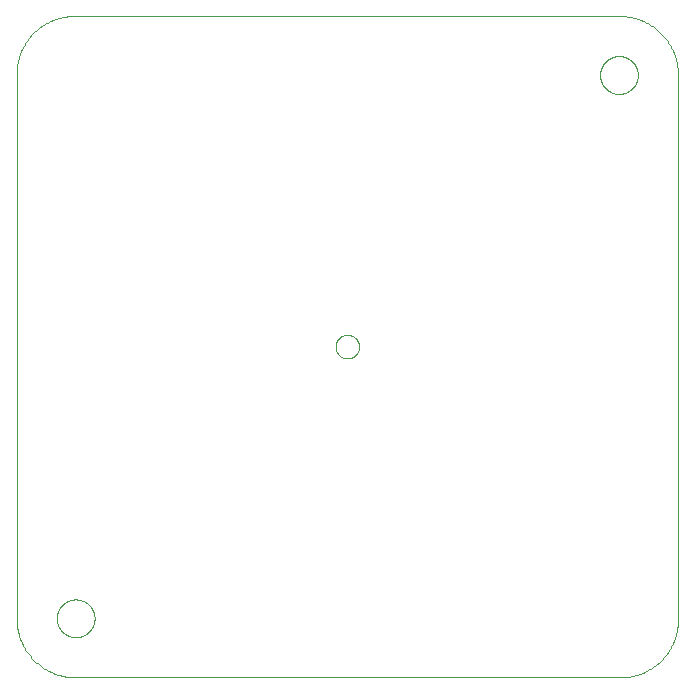
<source format=gtp>
G75*
%MOIN*%
%OFA0B0*%
%FSLAX25Y25*%
%IPPOS*%
%LPD*%
%AMOC8*
5,1,8,0,0,1.08239X$1,22.5*
%
%ADD10C,0.00039*%
%ADD11C,0.00000*%
D10*
X0059997Y0061910D02*
X0059997Y0243406D01*
X0060003Y0243872D01*
X0060020Y0244338D01*
X0060048Y0244803D01*
X0060087Y0245268D01*
X0060138Y0245731D01*
X0060199Y0246193D01*
X0060272Y0246654D01*
X0060356Y0247112D01*
X0060451Y0247569D01*
X0060558Y0248023D01*
X0060675Y0248474D01*
X0060802Y0248922D01*
X0060941Y0249367D01*
X0061091Y0249809D01*
X0061251Y0250247D01*
X0061421Y0250681D01*
X0061602Y0251110D01*
X0061793Y0251535D01*
X0061995Y0251956D01*
X0062207Y0252371D01*
X0062428Y0252781D01*
X0062660Y0253186D01*
X0062901Y0253585D01*
X0063152Y0253978D01*
X0063412Y0254365D01*
X0063681Y0254745D01*
X0063960Y0255119D01*
X0064247Y0255486D01*
X0064544Y0255846D01*
X0064848Y0256198D01*
X0065162Y0256543D01*
X0065483Y0256881D01*
X0065813Y0257211D01*
X0066151Y0257532D01*
X0066496Y0257846D01*
X0066848Y0258150D01*
X0067208Y0258447D01*
X0067575Y0258734D01*
X0067949Y0259013D01*
X0068329Y0259282D01*
X0068716Y0259542D01*
X0069109Y0259793D01*
X0069508Y0260034D01*
X0069913Y0260266D01*
X0070323Y0260487D01*
X0070738Y0260699D01*
X0071159Y0260901D01*
X0071584Y0261092D01*
X0072013Y0261273D01*
X0072447Y0261443D01*
X0072885Y0261603D01*
X0073327Y0261753D01*
X0073772Y0261892D01*
X0074220Y0262019D01*
X0074671Y0262136D01*
X0075125Y0262243D01*
X0075582Y0262338D01*
X0076040Y0262422D01*
X0076501Y0262495D01*
X0076963Y0262556D01*
X0077426Y0262607D01*
X0077891Y0262646D01*
X0078356Y0262674D01*
X0078822Y0262691D01*
X0079288Y0262697D01*
X0260784Y0262697D01*
X0261260Y0262691D01*
X0261735Y0262674D01*
X0262210Y0262645D01*
X0262684Y0262605D01*
X0263157Y0262553D01*
X0263628Y0262490D01*
X0264098Y0262416D01*
X0264566Y0262330D01*
X0265032Y0262233D01*
X0265495Y0262125D01*
X0265955Y0262006D01*
X0266413Y0261875D01*
X0266867Y0261734D01*
X0267318Y0261581D01*
X0267764Y0261418D01*
X0268207Y0261244D01*
X0268645Y0261059D01*
X0269079Y0260864D01*
X0269508Y0260658D01*
X0269932Y0260442D01*
X0270351Y0260216D01*
X0270764Y0259980D01*
X0271171Y0259734D01*
X0271572Y0259478D01*
X0271966Y0259212D01*
X0272355Y0258937D01*
X0272736Y0258653D01*
X0273110Y0258360D01*
X0273478Y0258058D01*
X0273838Y0257746D01*
X0274190Y0257427D01*
X0274534Y0257099D01*
X0274871Y0256762D01*
X0275199Y0256418D01*
X0275518Y0256066D01*
X0275830Y0255706D01*
X0276132Y0255338D01*
X0276425Y0254964D01*
X0276709Y0254583D01*
X0276984Y0254194D01*
X0277250Y0253800D01*
X0277506Y0253399D01*
X0277752Y0252992D01*
X0277988Y0252579D01*
X0278214Y0252160D01*
X0278430Y0251736D01*
X0278636Y0251307D01*
X0278831Y0250873D01*
X0279016Y0250435D01*
X0279190Y0249992D01*
X0279353Y0249546D01*
X0279506Y0249095D01*
X0279647Y0248641D01*
X0279778Y0248183D01*
X0279897Y0247723D01*
X0280005Y0247260D01*
X0280102Y0246794D01*
X0280188Y0246326D01*
X0280262Y0245856D01*
X0280325Y0245385D01*
X0280377Y0244912D01*
X0280417Y0244438D01*
X0280446Y0243963D01*
X0280463Y0243488D01*
X0280469Y0243012D01*
X0280469Y0061516D01*
X0280463Y0061050D01*
X0280446Y0060584D01*
X0280418Y0060119D01*
X0280379Y0059654D01*
X0280328Y0059191D01*
X0280267Y0058729D01*
X0280194Y0058268D01*
X0280110Y0057810D01*
X0280015Y0057353D01*
X0279908Y0056899D01*
X0279791Y0056448D01*
X0279664Y0056000D01*
X0279525Y0055555D01*
X0279375Y0055113D01*
X0279215Y0054675D01*
X0279045Y0054241D01*
X0278864Y0053812D01*
X0278673Y0053387D01*
X0278471Y0052966D01*
X0278259Y0052551D01*
X0278038Y0052141D01*
X0277806Y0051736D01*
X0277565Y0051337D01*
X0277314Y0050944D01*
X0277054Y0050557D01*
X0276785Y0050177D01*
X0276506Y0049803D01*
X0276219Y0049436D01*
X0275922Y0049076D01*
X0275618Y0048724D01*
X0275304Y0048379D01*
X0274983Y0048041D01*
X0274653Y0047711D01*
X0274315Y0047390D01*
X0273970Y0047076D01*
X0273618Y0046772D01*
X0273258Y0046475D01*
X0272891Y0046188D01*
X0272517Y0045909D01*
X0272137Y0045640D01*
X0271750Y0045380D01*
X0271357Y0045129D01*
X0270958Y0044888D01*
X0270553Y0044656D01*
X0270143Y0044435D01*
X0269728Y0044223D01*
X0269307Y0044021D01*
X0268882Y0043830D01*
X0268453Y0043649D01*
X0268019Y0043479D01*
X0267581Y0043319D01*
X0267139Y0043169D01*
X0266694Y0043030D01*
X0266246Y0042903D01*
X0265795Y0042786D01*
X0265341Y0042679D01*
X0264884Y0042584D01*
X0264426Y0042500D01*
X0263965Y0042427D01*
X0263503Y0042366D01*
X0263040Y0042315D01*
X0262575Y0042276D01*
X0262110Y0042248D01*
X0261644Y0042231D01*
X0261178Y0042225D01*
X0079682Y0042225D01*
X0079206Y0042231D01*
X0078731Y0042248D01*
X0078256Y0042277D01*
X0077782Y0042317D01*
X0077309Y0042369D01*
X0076838Y0042432D01*
X0076368Y0042506D01*
X0075900Y0042592D01*
X0075434Y0042689D01*
X0074971Y0042797D01*
X0074511Y0042916D01*
X0074053Y0043047D01*
X0073599Y0043188D01*
X0073148Y0043341D01*
X0072702Y0043504D01*
X0072259Y0043678D01*
X0071821Y0043863D01*
X0071387Y0044058D01*
X0070958Y0044264D01*
X0070534Y0044480D01*
X0070115Y0044706D01*
X0069702Y0044942D01*
X0069295Y0045188D01*
X0068894Y0045444D01*
X0068500Y0045710D01*
X0068111Y0045985D01*
X0067730Y0046269D01*
X0067356Y0046562D01*
X0066988Y0046864D01*
X0066628Y0047176D01*
X0066276Y0047495D01*
X0065932Y0047823D01*
X0065595Y0048160D01*
X0065267Y0048504D01*
X0064948Y0048856D01*
X0064636Y0049216D01*
X0064334Y0049584D01*
X0064041Y0049958D01*
X0063757Y0050339D01*
X0063482Y0050728D01*
X0063216Y0051122D01*
X0062960Y0051523D01*
X0062714Y0051930D01*
X0062478Y0052343D01*
X0062252Y0052762D01*
X0062036Y0053186D01*
X0061830Y0053615D01*
X0061635Y0054049D01*
X0061450Y0054487D01*
X0061276Y0054930D01*
X0061113Y0055376D01*
X0060960Y0055827D01*
X0060819Y0056281D01*
X0060688Y0056739D01*
X0060569Y0057199D01*
X0060461Y0057662D01*
X0060364Y0058128D01*
X0060278Y0058596D01*
X0060204Y0059066D01*
X0060141Y0059537D01*
X0060089Y0060010D01*
X0060049Y0060484D01*
X0060020Y0060959D01*
X0060003Y0061434D01*
X0059997Y0061910D01*
D11*
X0073383Y0061910D02*
X0073385Y0062068D01*
X0073391Y0062226D01*
X0073401Y0062384D01*
X0073415Y0062542D01*
X0073433Y0062699D01*
X0073454Y0062856D01*
X0073480Y0063012D01*
X0073510Y0063168D01*
X0073543Y0063323D01*
X0073581Y0063476D01*
X0073622Y0063629D01*
X0073667Y0063781D01*
X0073716Y0063932D01*
X0073769Y0064081D01*
X0073825Y0064229D01*
X0073885Y0064375D01*
X0073949Y0064520D01*
X0074017Y0064663D01*
X0074088Y0064805D01*
X0074162Y0064945D01*
X0074240Y0065082D01*
X0074322Y0065218D01*
X0074406Y0065352D01*
X0074495Y0065483D01*
X0074586Y0065612D01*
X0074681Y0065739D01*
X0074778Y0065864D01*
X0074879Y0065986D01*
X0074983Y0066105D01*
X0075090Y0066222D01*
X0075200Y0066336D01*
X0075313Y0066447D01*
X0075428Y0066556D01*
X0075546Y0066661D01*
X0075667Y0066763D01*
X0075790Y0066863D01*
X0075916Y0066959D01*
X0076044Y0067052D01*
X0076174Y0067142D01*
X0076307Y0067228D01*
X0076442Y0067312D01*
X0076578Y0067391D01*
X0076717Y0067468D01*
X0076858Y0067540D01*
X0077000Y0067610D01*
X0077144Y0067675D01*
X0077290Y0067737D01*
X0077437Y0067795D01*
X0077586Y0067850D01*
X0077736Y0067901D01*
X0077887Y0067948D01*
X0078039Y0067991D01*
X0078192Y0068030D01*
X0078347Y0068066D01*
X0078502Y0068097D01*
X0078658Y0068125D01*
X0078814Y0068149D01*
X0078971Y0068169D01*
X0079129Y0068185D01*
X0079286Y0068197D01*
X0079445Y0068205D01*
X0079603Y0068209D01*
X0079761Y0068209D01*
X0079919Y0068205D01*
X0080078Y0068197D01*
X0080235Y0068185D01*
X0080393Y0068169D01*
X0080550Y0068149D01*
X0080706Y0068125D01*
X0080862Y0068097D01*
X0081017Y0068066D01*
X0081172Y0068030D01*
X0081325Y0067991D01*
X0081477Y0067948D01*
X0081628Y0067901D01*
X0081778Y0067850D01*
X0081927Y0067795D01*
X0082074Y0067737D01*
X0082220Y0067675D01*
X0082364Y0067610D01*
X0082506Y0067540D01*
X0082647Y0067468D01*
X0082786Y0067391D01*
X0082922Y0067312D01*
X0083057Y0067228D01*
X0083190Y0067142D01*
X0083320Y0067052D01*
X0083448Y0066959D01*
X0083574Y0066863D01*
X0083697Y0066763D01*
X0083818Y0066661D01*
X0083936Y0066556D01*
X0084051Y0066447D01*
X0084164Y0066336D01*
X0084274Y0066222D01*
X0084381Y0066105D01*
X0084485Y0065986D01*
X0084586Y0065864D01*
X0084683Y0065739D01*
X0084778Y0065612D01*
X0084869Y0065483D01*
X0084958Y0065352D01*
X0085042Y0065218D01*
X0085124Y0065082D01*
X0085202Y0064945D01*
X0085276Y0064805D01*
X0085347Y0064663D01*
X0085415Y0064520D01*
X0085479Y0064375D01*
X0085539Y0064229D01*
X0085595Y0064081D01*
X0085648Y0063932D01*
X0085697Y0063781D01*
X0085742Y0063629D01*
X0085783Y0063476D01*
X0085821Y0063323D01*
X0085854Y0063168D01*
X0085884Y0063012D01*
X0085910Y0062856D01*
X0085931Y0062699D01*
X0085949Y0062542D01*
X0085963Y0062384D01*
X0085973Y0062226D01*
X0085979Y0062068D01*
X0085981Y0061910D01*
X0085979Y0061752D01*
X0085973Y0061594D01*
X0085963Y0061436D01*
X0085949Y0061278D01*
X0085931Y0061121D01*
X0085910Y0060964D01*
X0085884Y0060808D01*
X0085854Y0060652D01*
X0085821Y0060497D01*
X0085783Y0060344D01*
X0085742Y0060191D01*
X0085697Y0060039D01*
X0085648Y0059888D01*
X0085595Y0059739D01*
X0085539Y0059591D01*
X0085479Y0059445D01*
X0085415Y0059300D01*
X0085347Y0059157D01*
X0085276Y0059015D01*
X0085202Y0058875D01*
X0085124Y0058738D01*
X0085042Y0058602D01*
X0084958Y0058468D01*
X0084869Y0058337D01*
X0084778Y0058208D01*
X0084683Y0058081D01*
X0084586Y0057956D01*
X0084485Y0057834D01*
X0084381Y0057715D01*
X0084274Y0057598D01*
X0084164Y0057484D01*
X0084051Y0057373D01*
X0083936Y0057264D01*
X0083818Y0057159D01*
X0083697Y0057057D01*
X0083574Y0056957D01*
X0083448Y0056861D01*
X0083320Y0056768D01*
X0083190Y0056678D01*
X0083057Y0056592D01*
X0082922Y0056508D01*
X0082786Y0056429D01*
X0082647Y0056352D01*
X0082506Y0056280D01*
X0082364Y0056210D01*
X0082220Y0056145D01*
X0082074Y0056083D01*
X0081927Y0056025D01*
X0081778Y0055970D01*
X0081628Y0055919D01*
X0081477Y0055872D01*
X0081325Y0055829D01*
X0081172Y0055790D01*
X0081017Y0055754D01*
X0080862Y0055723D01*
X0080706Y0055695D01*
X0080550Y0055671D01*
X0080393Y0055651D01*
X0080235Y0055635D01*
X0080078Y0055623D01*
X0079919Y0055615D01*
X0079761Y0055611D01*
X0079603Y0055611D01*
X0079445Y0055615D01*
X0079286Y0055623D01*
X0079129Y0055635D01*
X0078971Y0055651D01*
X0078814Y0055671D01*
X0078658Y0055695D01*
X0078502Y0055723D01*
X0078347Y0055754D01*
X0078192Y0055790D01*
X0078039Y0055829D01*
X0077887Y0055872D01*
X0077736Y0055919D01*
X0077586Y0055970D01*
X0077437Y0056025D01*
X0077290Y0056083D01*
X0077144Y0056145D01*
X0077000Y0056210D01*
X0076858Y0056280D01*
X0076717Y0056352D01*
X0076578Y0056429D01*
X0076442Y0056508D01*
X0076307Y0056592D01*
X0076174Y0056678D01*
X0076044Y0056768D01*
X0075916Y0056861D01*
X0075790Y0056957D01*
X0075667Y0057057D01*
X0075546Y0057159D01*
X0075428Y0057264D01*
X0075313Y0057373D01*
X0075200Y0057484D01*
X0075090Y0057598D01*
X0074983Y0057715D01*
X0074879Y0057834D01*
X0074778Y0057956D01*
X0074681Y0058081D01*
X0074586Y0058208D01*
X0074495Y0058337D01*
X0074406Y0058468D01*
X0074322Y0058602D01*
X0074240Y0058738D01*
X0074162Y0058875D01*
X0074088Y0059015D01*
X0074017Y0059157D01*
X0073949Y0059300D01*
X0073885Y0059445D01*
X0073825Y0059591D01*
X0073769Y0059739D01*
X0073716Y0059888D01*
X0073667Y0060039D01*
X0073622Y0060191D01*
X0073581Y0060344D01*
X0073543Y0060497D01*
X0073510Y0060652D01*
X0073480Y0060808D01*
X0073454Y0060964D01*
X0073433Y0061121D01*
X0073415Y0061278D01*
X0073401Y0061436D01*
X0073391Y0061594D01*
X0073385Y0061752D01*
X0073383Y0061910D01*
X0166296Y0152461D02*
X0166298Y0152586D01*
X0166304Y0152711D01*
X0166314Y0152835D01*
X0166328Y0152959D01*
X0166345Y0153083D01*
X0166367Y0153206D01*
X0166393Y0153328D01*
X0166422Y0153450D01*
X0166455Y0153570D01*
X0166493Y0153689D01*
X0166533Y0153808D01*
X0166578Y0153924D01*
X0166626Y0154039D01*
X0166678Y0154153D01*
X0166734Y0154265D01*
X0166793Y0154375D01*
X0166855Y0154483D01*
X0166921Y0154590D01*
X0166990Y0154694D01*
X0167063Y0154795D01*
X0167138Y0154895D01*
X0167217Y0154992D01*
X0167299Y0155086D01*
X0167384Y0155178D01*
X0167471Y0155267D01*
X0167562Y0155353D01*
X0167655Y0155436D01*
X0167751Y0155517D01*
X0167849Y0155594D01*
X0167949Y0155668D01*
X0168052Y0155739D01*
X0168157Y0155806D01*
X0168265Y0155871D01*
X0168374Y0155931D01*
X0168485Y0155989D01*
X0168598Y0156042D01*
X0168712Y0156092D01*
X0168828Y0156139D01*
X0168945Y0156181D01*
X0169064Y0156220D01*
X0169184Y0156256D01*
X0169305Y0156287D01*
X0169427Y0156315D01*
X0169549Y0156338D01*
X0169673Y0156358D01*
X0169797Y0156374D01*
X0169921Y0156386D01*
X0170046Y0156394D01*
X0170171Y0156398D01*
X0170295Y0156398D01*
X0170420Y0156394D01*
X0170545Y0156386D01*
X0170669Y0156374D01*
X0170793Y0156358D01*
X0170917Y0156338D01*
X0171039Y0156315D01*
X0171161Y0156287D01*
X0171282Y0156256D01*
X0171402Y0156220D01*
X0171521Y0156181D01*
X0171638Y0156139D01*
X0171754Y0156092D01*
X0171868Y0156042D01*
X0171981Y0155989D01*
X0172092Y0155931D01*
X0172202Y0155871D01*
X0172309Y0155806D01*
X0172414Y0155739D01*
X0172517Y0155668D01*
X0172617Y0155594D01*
X0172715Y0155517D01*
X0172811Y0155436D01*
X0172904Y0155353D01*
X0172995Y0155267D01*
X0173082Y0155178D01*
X0173167Y0155086D01*
X0173249Y0154992D01*
X0173328Y0154895D01*
X0173403Y0154795D01*
X0173476Y0154694D01*
X0173545Y0154590D01*
X0173611Y0154483D01*
X0173673Y0154375D01*
X0173732Y0154265D01*
X0173788Y0154153D01*
X0173840Y0154039D01*
X0173888Y0153924D01*
X0173933Y0153808D01*
X0173973Y0153689D01*
X0174011Y0153570D01*
X0174044Y0153450D01*
X0174073Y0153328D01*
X0174099Y0153206D01*
X0174121Y0153083D01*
X0174138Y0152959D01*
X0174152Y0152835D01*
X0174162Y0152711D01*
X0174168Y0152586D01*
X0174170Y0152461D01*
X0174168Y0152336D01*
X0174162Y0152211D01*
X0174152Y0152087D01*
X0174138Y0151963D01*
X0174121Y0151839D01*
X0174099Y0151716D01*
X0174073Y0151594D01*
X0174044Y0151472D01*
X0174011Y0151352D01*
X0173973Y0151233D01*
X0173933Y0151114D01*
X0173888Y0150998D01*
X0173840Y0150883D01*
X0173788Y0150769D01*
X0173732Y0150657D01*
X0173673Y0150547D01*
X0173611Y0150439D01*
X0173545Y0150332D01*
X0173476Y0150228D01*
X0173403Y0150127D01*
X0173328Y0150027D01*
X0173249Y0149930D01*
X0173167Y0149836D01*
X0173082Y0149744D01*
X0172995Y0149655D01*
X0172904Y0149569D01*
X0172811Y0149486D01*
X0172715Y0149405D01*
X0172617Y0149328D01*
X0172517Y0149254D01*
X0172414Y0149183D01*
X0172309Y0149116D01*
X0172201Y0149051D01*
X0172092Y0148991D01*
X0171981Y0148933D01*
X0171868Y0148880D01*
X0171754Y0148830D01*
X0171638Y0148783D01*
X0171521Y0148741D01*
X0171402Y0148702D01*
X0171282Y0148666D01*
X0171161Y0148635D01*
X0171039Y0148607D01*
X0170917Y0148584D01*
X0170793Y0148564D01*
X0170669Y0148548D01*
X0170545Y0148536D01*
X0170420Y0148528D01*
X0170295Y0148524D01*
X0170171Y0148524D01*
X0170046Y0148528D01*
X0169921Y0148536D01*
X0169797Y0148548D01*
X0169673Y0148564D01*
X0169549Y0148584D01*
X0169427Y0148607D01*
X0169305Y0148635D01*
X0169184Y0148666D01*
X0169064Y0148702D01*
X0168945Y0148741D01*
X0168828Y0148783D01*
X0168712Y0148830D01*
X0168598Y0148880D01*
X0168485Y0148933D01*
X0168374Y0148991D01*
X0168264Y0149051D01*
X0168157Y0149116D01*
X0168052Y0149183D01*
X0167949Y0149254D01*
X0167849Y0149328D01*
X0167751Y0149405D01*
X0167655Y0149486D01*
X0167562Y0149569D01*
X0167471Y0149655D01*
X0167384Y0149744D01*
X0167299Y0149836D01*
X0167217Y0149930D01*
X0167138Y0150027D01*
X0167063Y0150127D01*
X0166990Y0150228D01*
X0166921Y0150332D01*
X0166855Y0150439D01*
X0166793Y0150547D01*
X0166734Y0150657D01*
X0166678Y0150769D01*
X0166626Y0150883D01*
X0166578Y0150998D01*
X0166533Y0151114D01*
X0166493Y0151233D01*
X0166455Y0151352D01*
X0166422Y0151472D01*
X0166393Y0151594D01*
X0166367Y0151716D01*
X0166345Y0151839D01*
X0166328Y0151963D01*
X0166314Y0152087D01*
X0166304Y0152211D01*
X0166298Y0152336D01*
X0166296Y0152461D01*
X0254485Y0243012D02*
X0254487Y0243170D01*
X0254493Y0243328D01*
X0254503Y0243486D01*
X0254517Y0243644D01*
X0254535Y0243801D01*
X0254556Y0243958D01*
X0254582Y0244114D01*
X0254612Y0244270D01*
X0254645Y0244425D01*
X0254683Y0244578D01*
X0254724Y0244731D01*
X0254769Y0244883D01*
X0254818Y0245034D01*
X0254871Y0245183D01*
X0254927Y0245331D01*
X0254987Y0245477D01*
X0255051Y0245622D01*
X0255119Y0245765D01*
X0255190Y0245907D01*
X0255264Y0246047D01*
X0255342Y0246184D01*
X0255424Y0246320D01*
X0255508Y0246454D01*
X0255597Y0246585D01*
X0255688Y0246714D01*
X0255783Y0246841D01*
X0255880Y0246966D01*
X0255981Y0247088D01*
X0256085Y0247207D01*
X0256192Y0247324D01*
X0256302Y0247438D01*
X0256415Y0247549D01*
X0256530Y0247658D01*
X0256648Y0247763D01*
X0256769Y0247865D01*
X0256892Y0247965D01*
X0257018Y0248061D01*
X0257146Y0248154D01*
X0257276Y0248244D01*
X0257409Y0248330D01*
X0257544Y0248414D01*
X0257680Y0248493D01*
X0257819Y0248570D01*
X0257960Y0248642D01*
X0258102Y0248712D01*
X0258246Y0248777D01*
X0258392Y0248839D01*
X0258539Y0248897D01*
X0258688Y0248952D01*
X0258838Y0249003D01*
X0258989Y0249050D01*
X0259141Y0249093D01*
X0259294Y0249132D01*
X0259449Y0249168D01*
X0259604Y0249199D01*
X0259760Y0249227D01*
X0259916Y0249251D01*
X0260073Y0249271D01*
X0260231Y0249287D01*
X0260388Y0249299D01*
X0260547Y0249307D01*
X0260705Y0249311D01*
X0260863Y0249311D01*
X0261021Y0249307D01*
X0261180Y0249299D01*
X0261337Y0249287D01*
X0261495Y0249271D01*
X0261652Y0249251D01*
X0261808Y0249227D01*
X0261964Y0249199D01*
X0262119Y0249168D01*
X0262274Y0249132D01*
X0262427Y0249093D01*
X0262579Y0249050D01*
X0262730Y0249003D01*
X0262880Y0248952D01*
X0263029Y0248897D01*
X0263176Y0248839D01*
X0263322Y0248777D01*
X0263466Y0248712D01*
X0263608Y0248642D01*
X0263749Y0248570D01*
X0263888Y0248493D01*
X0264024Y0248414D01*
X0264159Y0248330D01*
X0264292Y0248244D01*
X0264422Y0248154D01*
X0264550Y0248061D01*
X0264676Y0247965D01*
X0264799Y0247865D01*
X0264920Y0247763D01*
X0265038Y0247658D01*
X0265153Y0247549D01*
X0265266Y0247438D01*
X0265376Y0247324D01*
X0265483Y0247207D01*
X0265587Y0247088D01*
X0265688Y0246966D01*
X0265785Y0246841D01*
X0265880Y0246714D01*
X0265971Y0246585D01*
X0266060Y0246454D01*
X0266144Y0246320D01*
X0266226Y0246184D01*
X0266304Y0246047D01*
X0266378Y0245907D01*
X0266449Y0245765D01*
X0266517Y0245622D01*
X0266581Y0245477D01*
X0266641Y0245331D01*
X0266697Y0245183D01*
X0266750Y0245034D01*
X0266799Y0244883D01*
X0266844Y0244731D01*
X0266885Y0244578D01*
X0266923Y0244425D01*
X0266956Y0244270D01*
X0266986Y0244114D01*
X0267012Y0243958D01*
X0267033Y0243801D01*
X0267051Y0243644D01*
X0267065Y0243486D01*
X0267075Y0243328D01*
X0267081Y0243170D01*
X0267083Y0243012D01*
X0267081Y0242854D01*
X0267075Y0242696D01*
X0267065Y0242538D01*
X0267051Y0242380D01*
X0267033Y0242223D01*
X0267012Y0242066D01*
X0266986Y0241910D01*
X0266956Y0241754D01*
X0266923Y0241599D01*
X0266885Y0241446D01*
X0266844Y0241293D01*
X0266799Y0241141D01*
X0266750Y0240990D01*
X0266697Y0240841D01*
X0266641Y0240693D01*
X0266581Y0240547D01*
X0266517Y0240402D01*
X0266449Y0240259D01*
X0266378Y0240117D01*
X0266304Y0239977D01*
X0266226Y0239840D01*
X0266144Y0239704D01*
X0266060Y0239570D01*
X0265971Y0239439D01*
X0265880Y0239310D01*
X0265785Y0239183D01*
X0265688Y0239058D01*
X0265587Y0238936D01*
X0265483Y0238817D01*
X0265376Y0238700D01*
X0265266Y0238586D01*
X0265153Y0238475D01*
X0265038Y0238366D01*
X0264920Y0238261D01*
X0264799Y0238159D01*
X0264676Y0238059D01*
X0264550Y0237963D01*
X0264422Y0237870D01*
X0264292Y0237780D01*
X0264159Y0237694D01*
X0264024Y0237610D01*
X0263888Y0237531D01*
X0263749Y0237454D01*
X0263608Y0237382D01*
X0263466Y0237312D01*
X0263322Y0237247D01*
X0263176Y0237185D01*
X0263029Y0237127D01*
X0262880Y0237072D01*
X0262730Y0237021D01*
X0262579Y0236974D01*
X0262427Y0236931D01*
X0262274Y0236892D01*
X0262119Y0236856D01*
X0261964Y0236825D01*
X0261808Y0236797D01*
X0261652Y0236773D01*
X0261495Y0236753D01*
X0261337Y0236737D01*
X0261180Y0236725D01*
X0261021Y0236717D01*
X0260863Y0236713D01*
X0260705Y0236713D01*
X0260547Y0236717D01*
X0260388Y0236725D01*
X0260231Y0236737D01*
X0260073Y0236753D01*
X0259916Y0236773D01*
X0259760Y0236797D01*
X0259604Y0236825D01*
X0259449Y0236856D01*
X0259294Y0236892D01*
X0259141Y0236931D01*
X0258989Y0236974D01*
X0258838Y0237021D01*
X0258688Y0237072D01*
X0258539Y0237127D01*
X0258392Y0237185D01*
X0258246Y0237247D01*
X0258102Y0237312D01*
X0257960Y0237382D01*
X0257819Y0237454D01*
X0257680Y0237531D01*
X0257544Y0237610D01*
X0257409Y0237694D01*
X0257276Y0237780D01*
X0257146Y0237870D01*
X0257018Y0237963D01*
X0256892Y0238059D01*
X0256769Y0238159D01*
X0256648Y0238261D01*
X0256530Y0238366D01*
X0256415Y0238475D01*
X0256302Y0238586D01*
X0256192Y0238700D01*
X0256085Y0238817D01*
X0255981Y0238936D01*
X0255880Y0239058D01*
X0255783Y0239183D01*
X0255688Y0239310D01*
X0255597Y0239439D01*
X0255508Y0239570D01*
X0255424Y0239704D01*
X0255342Y0239840D01*
X0255264Y0239977D01*
X0255190Y0240117D01*
X0255119Y0240259D01*
X0255051Y0240402D01*
X0254987Y0240547D01*
X0254927Y0240693D01*
X0254871Y0240841D01*
X0254818Y0240990D01*
X0254769Y0241141D01*
X0254724Y0241293D01*
X0254683Y0241446D01*
X0254645Y0241599D01*
X0254612Y0241754D01*
X0254582Y0241910D01*
X0254556Y0242066D01*
X0254535Y0242223D01*
X0254517Y0242380D01*
X0254503Y0242538D01*
X0254493Y0242696D01*
X0254487Y0242854D01*
X0254485Y0243012D01*
M02*

</source>
